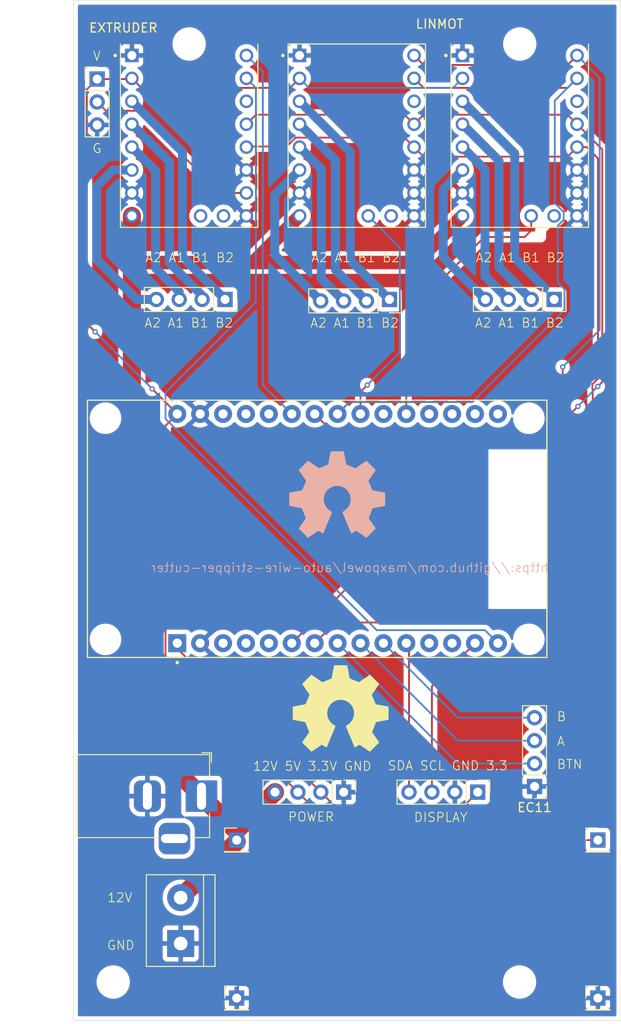
<source format=kicad_pcb>
(kicad_pcb (version 20240108) (generator "pcbnew") (generator_version "8.0")
  (layers (0 "F.Cu" signal) (31 "B.Cu" signal) (34 "B.Paste" user) (35 "F.Paste" user) (36 "B.SilkS" user "B.Silkscreen") (37 "F.SilkS" user "F.Silkscreen") (38 "B.Mask" user) (39 "F.Mask" user) (44 "Edge.Cuts" user))
  (net 0 "")
  (net 1 "Net-(DISPLAY1-Pin_1)")
  (net 2 "Net-(DISPLAY1-Pin_3)")
  (net 3 "Net-(DISPLAY1-Pin_4)")
  (net 4 "Earth")
  (net 5 "Net-(EC11-Pin_2)")
  (net 6 "Net-(EC11-Pin_4)")
  (net 7 "Net-(EC11-Pin_3)")
  (net 8 "+5V")
  (net 9 "Net-(EXTRUDER1-M1B)")
  (net 10 "Net-(EXTRUDER1-SPRD)")
  (net 12 "Net-(EXTRUDER1-DIR)")
  (net 14 "Net-(EXTRUDER1-M1A)")
  (net 15 "Net-(EXTRUDER1-UART)")
  (net 16 "+12V")
  (net 17 "Net-(EXTRUDER1-M2B)")
  (net 18 "Net-(EXTRUDER1-STEP)")
  (net 19 "Net-(EXTRUDER1-M2A)")
  (net 22 "Net-(LINMOT1-STEP)")
  (net 23 "Net-(LINMOT1-DIR)")
  (net 24 "Net-(LINMOT1-INDEX)")
  (net 25 "Net-(LINMOT2-INDEX)")
  (net 38 "Net-(ADDRESS_SELECTOR1-Pin_2)")
  (net 39 "Net-(LIN1-Pin_2)")
  (net 40 "Net-(LIN1-Pin_4)")
  (net 41 "Net-(LIN1-Pin_1)")
  (net 42 "Net-(LIN1-Pin_3)")
  (net 43 "Net-(LIN2-Pin_3)")
  (net 44 "Net-(LIN2-Pin_4)")
  (net 45 "Net-(LIN2-Pin_1)")
  (net 46 "Net-(LIN2-Pin_2)")
  (footprint "Connector_PinSocket_2.54mm:PinSocket_1x04_P2.54mm_Vertical" (layer "F.Cu") (at 78.42 60.96 -90)
    (property "Reference" "EXTRUDER2" (hide yes))
    (property "Value" "Conn_01x04_Pin" (hide yes))
  )
  (footprint "MountingHole:MountingHole_3.2mm_M3_DIN965" (layer "F.Cu") (at 74.44 32.65)
    (property "Reference" "REF**" (hide yes))
    (property "Value" "MountingHole_3.2mm_M3_DIN965" (hide yes))
  )
  (footprint "Connector_PinHeader_2.54mm:PinHeader_1x01_P2.54mm_Vertical" (layer "F.Cu") (at 119.765 120.87)
    (property "Reference" "5VOUT1" (hide yes))
    (property "Value" "Conn_01x01_Socket" (hide yes))
  )
  (footprint "ESP32-DEVKIT-V1:MODULE_ESP32_DEVKIT_V1" (layer "F.Cu") (at 88.635 86.35 90)
    (property "Reference" "U4" (hide yes))
    (property "Value" "ESP32-DEVKIT-V1" (hide yes))
  )
  (footprint "Connector_PinSocket_2.54mm:PinSocket_1x04_P2.54mm_Vertical" (layer "F.Cu") (at 114.91 60.96 -90)
    (property "Reference" "LIN2" (hide yes))
    (property "Value" "Conn_01x04_Pin" (hide yes))
  )
  (footprint "TerminalBlock:TerminalBlock_bornier-2_P5.08mm" (layer "F.Cu") (at 73.5 132.33 90)
    (property "Reference" "12V_INPUT1" (hide yes))
    (property "Value" "Screw_Terminal_01x02" (hide yes))
  )
  (footprint "Connector_BarrelJack:BarrelJack_Horizontal" (layer "F.Cu") (at 75.81 116)
    (property "Reference" "12V_INPUT2" (hide yes))
    (property "Value" "Barrel_Jack_MountingPin" (hide yes))
  )
  (footprint "Connector_PinHeader_2.54mm:PinHeader_1x04_P2.54mm_Vertical" (layer "F.Cu") (at 91.58 115.56 -90)
    (property "Reference" "POWER1" (hide yes))
    (property "Value" "Conn_01x04_Pin" (hide yes))
  )
  (footprint "MountingHole:MountingHole_3.2mm_M3_DIN965" (layer "F.Cu") (at 111.1 32.65)
    (property "Reference" "REF**" (hide yes))
    (property "Value" "MountingHole_3.2mm_M3_DIN965" (hide yes))
  )
  (footprint "Connector_PinSocket_2.54mm:PinSocket_1x04_P2.54mm_Vertical" (layer "F.Cu") (at 96.65 61.12 -90)
    (property "Reference" "LIN1" (hide yes))
    (property "Value" "Conn_01x04_Pin" (hide yes))
  )
  (footprint "Connector_PinHeader_2.54mm:PinHeader_1x03_P2.54mm_Vertical" (layer "F.Cu") (at 64.24 36.54)
    (property "Reference" "ADDRESS_SELECTOR1" (hide yes))
    (property "Value" "Conn_01x03_Pin" (hide yes))
  )
  (footprint "TMC2209_SILENTSTEPSTICK:MODULE_TMC2209_SILENTSTEPSTICK" (layer "F.Cu") (at 111.1 42.81)
    (property "Reference" "LINMOT2" (hide yes))
    (property "Value" "TMC2209_SILENTSTEPSTICK" (hide yes))
  )
  (footprint "Connector_PinHeader_2.54mm:PinHeader_1x01_P2.54mm_Vertical" (layer "F.Cu") (at 79.715 120.87)
    (property "Reference" "12VIN1" (hide yes))
    (property "Value" "Conn_01x01_Socket" (hide yes))
  )
  (footprint "TMC2209_SILENTSTEPSTICK:MODULE_TMC2209_SILENTSTEPSTICK" (layer "F.Cu") (at 93.03 42.81)
    (property "Reference" "LINMOT1" (hide yes))
    (property "Value" "TMC2209_SILENTSTEPSTICK" (hide yes))
  )
  (footprint "MountingHole:MountingHole_3.2mm_M3_DIN965" (layer "F.Cu") (at 66.02 136.6)
    (property "Reference" "REF**" (hide yes))
    (property "Value" "MountingHole_3.2mm_M3_DIN965")
  )
  (footprint "TMC2209_SILENTSTEPSTICK:MODULE_TMC2209_SILENTSTEPSTICK" (layer "F.Cu") (at 74.44 42.81)
    (property "Reference" "EXTRUDER1" (hide yes))
    (property "Value" "TMC2209_SILENTSTEPSTICK" (hide yes))
  )
  (footprint "Connector_PinHeader_2.54mm:PinHeader_1x04_P2.54mm_Vertical" (layer "F.Cu") (at 106.44 115.56 -90)
    (property "Reference" "DISPLAY1" (hide yes))
    (property "Value" "Conn_01x04_Pin" (hide yes))
  )
  (footprint "Connector_PinHeader_2.54mm:PinHeader_1x01_P2.54mm_Vertical" (layer "F.Cu") (at 119.765 138.38)
    (property "Reference" "J3" (hide yes))
    (property "Value" "Conn_01x01_Socket" (hide yes))
  )
  (footprint "Connector_PinHeader_2.54mm:PinHeader_1x01_P2.54mm_Vertical" (layer "F.Cu") (at 79.715 138.38)
    (property "Reference" "J1" (hide yes))
    (property "Value" "Conn_01x01_Socket" (hide yes))
  )
  (footprint "Connector_PinHeader_2.54mm:PinHeader_1x04_P2.54mm_Vertical" (layer "F.Cu") (at 112.74 114.93 180)
    (property "Reference" "EC11")
    (property "Value" "Conn_01x04_Pin" (hide yes))
  )
  (footprint "MountingHole:MountingHole_3.2mm_M3_DIN965" (layer "F.Cu") (at 111.08 136.6)
    (property "Reference" "REF**" (hide yes))
    (property "Value" "MountingHole_3.2mm_M3_DIN965" (hide yes))
  )
  (gr_poly (pts (xy 91.534624 77.787253) (xy 91.537646 77.787477) (xy 91.540653 77.787847) (xy 91.54364 77.788358) (xy 91.546604 77.789007) (xy 91.549539 77.789789) (xy 91.552441 77.790703) (xy 91.555305 77.791742) (xy 91.558128 77.792905) (xy 91.560905 77.794187) (xy 91.56363 77.795584) (xy 91.566301 77.797093) (xy 91.568911 77.79871) (xy 91.571458 77.800432) (xy 91.573935 77.802254) (xy 91.57634 77.804173) (xy 91.578667 77.806186) (xy 91.580911 77.808288) (xy 91.583069 77.810475) (xy 91.585136 77.812745) (xy 91.587108 77.815094) (xy 91.588979 77.817517) (xy 91.590746 77.820011) (xy 91.592403 77.822572) (xy 91.593948 77.825197) (xy 91.595374 77.827882) (xy 91.596678 77.830623) (xy 91.597855 77.833416) (xy 91.5989 77.836259) (xy 91.59981 77.839146) (xy 91.60058 77.842075) (xy 91.601204 77.845041) (xy 91.852427 79.194655) (xy 91.853061 79.197645) (xy 91.853832 79.200646) (xy 91.855763 79.206657) (xy 91.858187 79.21265) (xy 91.86107 79.218585) (xy 91.864377 79.224422) (xy 91.868074 79.230123) (xy 91.872129 79.235649) (xy 91.876507 79.24096) (xy 91.881174 79.246017) (xy 91.886096 79.25078) (xy 91.891241 79.255212) (xy 91.896573 79.259272) (xy 91.902059 79.262921) (xy 91.907665 79.266121) (xy 91.910502 79.267539) (xy 91.913357 79.268831) (xy 91.916225 79.269991) (xy 91.919102 79.271013) (xy 92.823659 79.641297) (xy 92.829278 79.643771) (xy 92.835238 79.645838) (xy 92.841485 79.6475) (xy 92.847968 79.648762) (xy 92.854634 79.649628) (xy 92.861429 79.6501) (xy 92.868303 79.650183) (xy 92.875202 79.64988) (xy 92.882075 79.649195) (xy 92.888867 79.648131) (xy 92.895528 79.646691) (xy 92.902005 79.644881) (xy 92.908245 79.642702) (xy 92.914196 79.640159) (xy 92.919805 79.637256) (xy 92.92502 79.633995) (xy 94.052542 78.860248) (xy 94.055082 78.858593) (xy 94.057697 78.857068) (xy 94.060381 78.85567) (xy 94.063129 78.8544) (xy 94.065935 78.853258) (xy 94.068794 78.852242) (xy 94.071699 78.851353) (xy 94.074644 78.850589) (xy 94.077625 78.84995) (xy 94.080635 78.849435) (xy 94.086719 78.848778) (xy 94.092852 78.848614) (xy 94.098986 78.848937) (xy 94.105078 78.849743) (xy 94.111079 78.851029) (xy 94.116945 78.852791) (xy 94.119813 78.853849) (xy 94.122629 78.855024) (xy 94.125389 78.856315) (xy 94.128086 78.857723) (xy 94.130715 78.859247) (xy 94.13327 78.860886) (xy 94.135745 78.862639) (xy 94.138134 78.864507) (xy 94.140432 78.866488) (xy 94.142633 78.868582) (xy 95.092196 79.818145) (xy 95.09429 79.820346) (xy 95.09627 79.822645) (xy 95.098135 79.825035) (xy 95.099886 79.827512) (xy 95.101522 79.830068) (xy 95.103041 79.832699) (xy 95.105732 79.838161) (xy 95.107955 79.843851) (xy 95.109707 79.849724) (xy 95.110984 79.855733) (xy 95.111782 79.861831) (xy 95.112099 79.867973) (xy 95.11193 79.874113) (xy 95.111272 79.880204) (xy 95.110122 79.8862) (xy 95.108477 79.892056) (xy 95.107467 79.894916) (xy 95.106332 79.897724) (xy 95.105071 79.900474) (xy 95.103684 79.903159) (xy 95.10217 79.905775) (xy 95.10053 79.908315) (xy 94.340276 81.01639) (xy 94.337006 81.021628) (xy 94.334104 81.027246) (xy 94.331573 81.033194) (xy 94.329416 81.03942) (xy 94.327638 81.045874) (xy 94.32624 81.052504) (xy 94.325226 81.059259) (xy 94.324599 81.066089) (xy 94.324363 81.072942) (xy 94.324522 81.079767) (xy 94.325077 81.086513) (xy 94.326033 81.093129) (xy 94.327392 81.099565) (xy 94.329159 81.105769) (xy 94.331335 81.111689) (xy 94.333926 81.117276) (xy 94.733897 82.050408) (xy 94.736181 82.056138) (xy 94.73899 82.061815) (xy 94.742283 82.067406) (xy 94.74602 82.072877) (xy 94.750163 82.078194) (xy 94.754671 82.083324) (xy 94.759505 82.088231) (xy 94.764626 82.092884) (xy 94.769992 82.097247) (xy 94.775566 82.101286) (xy 94.781306 82.104969) (xy 94.787175 82.108261) (xy 94.793131 82.111129) (xy 94.799135 82.113538) (xy 94.805148 82.115454) (xy 94.811129 82.116845) (xy 96.115974 82.359494) (xy 96.118934 82.360133) (xy 96.121856 82.360915) (xy 96.124736 82.361837) (xy 96.127573 82.362893) (xy 96.130361 82.364079) (xy 96.133096 82.365391) (xy 96.135776 82.366825) (xy 96.138396 82.368376) (xy 96.143443 82.371811) (xy 96.148206 82.375661) (xy 96.152656 82.379892) (xy 96.156763 82.384468) (xy 96.160497 82.389353) (xy 96.163828 82.394513) (xy 96.166726 82.399912) (xy 96.168004 82.40269) (xy 96.169162 82.405515) (xy 96.170197 82.408383) (xy 96.171105 82.411287) (xy 96.171882 82.414226) (xy 96.172526 82.417193) (xy 96.173031 82.420185) (xy 96.173394 82.423197) (xy 96.173612 82.426225) (xy 96.17368 82.429264) (xy 96.173521 83.77221) (xy 96.173445 83.775243) (xy 96.17322 83.778266) (xy 96.172849 83.781275) (xy 96.172337 83.784265) (xy 96.171687 83.787232) (xy 96.170902 83.790171) (xy 96.169987 83.793077) (xy 96.168945 83.795947) (xy 96.16778 83.798775) (xy 96.166495 83.801557) (xy 96.165096 83.804288) (xy 96.163584 83.806965) (xy 96.161965 83.809581) (xy 96.160241 83.812133) (xy 96.158416 83.814617) (xy 96.156495 83.817027) (xy 96.154481 83.819359) (xy 96.152378 83.821609) (xy 96.150189 83.823772) (xy 96.147918 83.825843) (xy 96.14557 83.827818) (xy 96.143147 83.829693) (xy 96.140653 83.831462) (xy 96.138093 83.833121) (xy 96.13547 83.834667) (xy 96.132787 83.836093) (xy 96.130049 83.837396) (xy 96.127259 83.838571) (xy 96.124422 83.839614) (xy 96.121539 83.840519) (xy 96.118617 83.841283) (xy 96.115657 83.841901) (xy 94.842879 84.078756) (xy 94.839882 84.07937) (xy 94.83688 84.080123) (xy 94.833875 84.081011) (xy 94.830874 84.082029) (xy 94.8249 84.084437) (xy 94.818995 84.087314) (xy 94.813198 84.090624) (xy 94.807546 84.094333) (xy 94.802077 84.098406) (xy 94.796831 84.102807) (xy 94.791843 84.107502) (xy 94.787153 84.112457) (xy 94.782799 84.117635) (xy 94.778819 84.123003) (xy 94.77525 84.128525) (xy 94.77213 84.134167) (xy 94.769498 84.139893) (xy 94.768377 84.142777) (xy 94.767392 84.145669) (xy 94.370042 85.138253) (xy 94.367584 85.143899) (xy 94.365534 85.149878) (xy 94.36389 85.156139) (xy 94.362646 85.16263) (xy 94.361799 85.169299) (xy 94.361345 85.176094) (xy 94.361279 85.182964) (xy 94.361598 85.189857) (xy 94.362297 85.196721) (xy 94.363373 85.203504) (xy 94.364821 85.210156) (xy 94.366637 85.216623) (xy 94.368817 85.222854) (xy 94.371358 85.228798) (xy 94.374254 85.234402) (xy 94.377502 85.239615) (xy 95.100529 86.29316) (xy 95.102183 86.2957) (xy 95.103709 86.298317) (xy 95.105106 86.301003) (xy 95.106376 86.303754) (xy 95.107518 86.306564) (xy 95.108534 86.309427) (xy 95.109424 86.312336) (xy 95.110188 86.315287) (xy 95.110827 86.318273) (xy 95.111341 86.321289) (xy 95.111998 86.327387) (xy 95.112163 86.333534) (xy 95.11184 86.339684) (xy 95.111033 86.345789) (xy 95.109747 86.351805) (xy 95.107986 86.357684) (xy 95.106928 86.360558) (xy 95.105753 86.363381) (xy 95.104461 86.366146) (xy 95.103053 86.368848) (xy 95.10153 86.371481) (xy 95.099891 86.374039) (xy 95.098138 86.376517) (xy 95.09627 86.378909) (xy 95.094289 86.381208) (xy 95.092195 86.383409) (xy 94.142473 87.332972) (xy 94.140286 87.335052) (xy 94.138 87.33702) (xy 94.135621 87.338875) (xy 94.133155 87.340616) (xy 94.130608 87.342245) (xy 94.127985 87.343758) (xy 94.122536 87.346441) (xy 94.116855 87.348661) (xy 94.110989 87.350413) (xy 94.104983 87.351694) (xy 94.098886 87.352499) (xy 94.092743 87.352823) (xy 94.086601 87.352664) (xy 94.080507 87.352017) (xy 94.074507 87.350876) (xy 94.068648 87.349239) (xy 94.065786 87.348233) (xy 94.062976 87.347102) (xy 94.060226 87.345844) (xy 94.057539 87.344459) (xy 94.054923 87.342947) (xy 94.052383 87.341307) (xy 93.017412 86.63098) (xy 93.012209 86.627741) (xy 93.006637 86.624902) (xy 93.000746 86.622462) (xy 92.994586 86.620423) (xy 92.988209 86.618786) (xy 92.981665 86.617552) (xy 92.975005 86.616722) (xy 92.968279 86.616296) (xy 92.961538 86.616275) (xy 92.954833 86.616662) (xy 92.948214 86.617455) (xy 92.941733 86.618657) (xy 92.935439 86.620269) (xy 92.929384 86.62229) (xy 92.923619 86.624723) (xy 92.918193 86.627567) (xy 92.461787 86.871248) (xy 92.459058 86.872546) (xy 92.456306 86.873687) (xy 92.453536 86.874672) (xy 92.450753 86.875505) (xy 92.447962 86.876185) (xy 92.445167 86.876716) (xy 92.442373 86.877099) (xy 92.439585 86.877335) (xy 92.436808 86.877427) (xy 92.434046 86.877376) (xy 92.431304 86.877183) (xy 92.428586 86.876852) (xy 92.425899 86.876382) (xy 92.423246 86.875777) (xy 92.420631 86.875037) (xy 92.418061 86.874165) (xy 92.415539 86.873163) (xy 92.413071 86.872031) (xy 92.410661 86.870772) (xy 92.408313 86.869388) (xy 92.406034 86.86788) (xy 92.403826 86.86625) (xy 92.401696 86.8645) (xy 92.399647 86.862631) (xy 92.397686 86.860646) (xy 92.395815 86.858546) (xy 92.394041 86.856332) (xy 92.392367 86.854007) (xy 92.3908 86.851572) (xy 92.389342 86.849029) (xy 92.388 86.84638) (xy 92.386778 86.843626) (xy 91.445787 84.569691) (xy 91.444698 84.566862) (xy 91.443754 84.563991) (xy 91.442953 84.561081) (xy 91.442292 84.55814) (xy 91.44177 84.555172) (xy 91.441384 84.552182) (xy 91.441134 84.549177) (xy 91.441017 84.546161) (xy 91.441031 84.54314) (xy 91.441175 84.54012) (xy 91.441446 84.537104) (xy 91.441843 84.534101) (xy 91.442365 84.531113) (xy 91.443009 84.528148) (xy 91.443773 84.525209) (xy 91.444655 84.522304) (xy 91.445655 84.519437) (xy 91.446769 84.516613) (xy 91.447996 84.513838) (xy 91.449335 84.511118) (xy 91.450783 84.508457) (xy 91.452339 84.505861) (xy 91.454 84.503337) (xy 91.455765 84.500888) (xy 91.457633 84.49852) (xy 91.4596 84.496239) (xy 91.461666 84.494051) (xy 91.463829 84.49196) (xy 91.466087 84.489972) (xy 91.468437 84.488092) (xy 91.470878 84.486327) (xy 91.473409 84.48468) (xy 91.58763 84.414751) (xy 91.595851 84.409516) (xy 91.604628 84.40354) (xy 91.613796 84.396953) (xy 91.62319 84.389887) (xy 91.632642 84.382471) (xy 91.641989 84.374835) (xy 91.651064 84.367111) (xy 91.659702 84.359427) (xy 91.735314 84.307672) (xy 91.807475 84.251479) (xy 91.875989 84.191043) (xy 91.940658 84.12656) (xy 92.001285 84.058227) (xy 92.057673 83.986238) (xy 92.109626 83.91079) (xy 92.156947 83.832079) (xy 92.199438 83.7503) (xy 92.236903 83.665649) (xy 92.269144 83.578322) (xy 92.295965 83.488515) (xy 92.317169 83.396423) (xy 92.332558 83.302242) (xy 92.341936 83.206168) (xy 92.345106 83.108398) (xy 92.343173 83.031969) (xy 92.337438 82.956543) (xy 92.327993 82.882215) (xy 92.314933 82.809076) (xy 92.298349 82.737221) (xy 92.278336 82.666743) (xy 92.254988 82.597735) (xy 92.228396 82.53029) (xy 92.198655 82.464501) (xy 92.165857 82.400463) (xy 92.130097 82.338268) (xy 92.091468 82.278009) (xy 92.050062 82.219781) (xy 92.005973 82.163675) (xy 91.959295 82.109786) (xy 91.910121 82.058207) (xy 91.858543 82.009031) (xy 91.804657 81.962351) (xy 91.748554 81.918261) (xy 91.690328 81.876854) (xy 91.630072 81.838224) (xy 91.56788 81.802463) (xy 91.503846 81.769665) (xy 91.438061 81.739923) (xy 91.370621 81.713331) (xy 91.301617 81.689982) (xy 91.231144 81.669969) (xy 91.159294 81.653385) (xy 91.086162 81.640324) (xy 91.01184 81.63088) (xy 90.936421 81.625144) (xy 90.86 81.623212) (xy 90.783578 81.625144) (xy 90.708158 81.63088) (xy 90.633835 81.640324) (xy 90.560701 81.653385) (xy 90.48885 81.669969) (xy 90.418374 81.689982) (xy 90.349368 81.713331) (xy 90.281925 81.739923) (xy 90.216138 81.769665) (xy 90.1521 81.802463) (xy 90.089905 81.838224) (xy 90.029646 81.876854) (xy 89.971416 81.918261) (xy 89.91531 81.962351) (xy 89.861419 82.009031) (xy 89.809838 82.058207) (xy 89.76066 82.109786) (xy 89.713979 82.163675) (xy 89.669886 82.219781) (xy 89.628477 82.278009) (xy 89.589844 82.338268) (xy 89.554081 82.400463) (xy 89.52128 82.464501) (xy 89.491536 82.53029) (xy 89.464942 82.597735) (xy 89.44159 82.666743) (xy 89.421575 82.737221) (xy 89.40499 82.809076) (xy 89.391928 82.882215) (xy 89.382482 82.956543) (xy 89.376747 83.031969) (xy 89.374814 83.108398) (xy 89.375611 83.157483) (xy 89.377985 83.206168) (xy 89.381911 83.25443) (xy 89.387365 83.302242) (xy 89.394322 83.349581) (xy 89.402758 83.396423) (xy 89.412647 83.442742) (xy 89.423966 83.488515) (xy 89.436689 83.533716) (xy 89.450791 83.578322) (xy 89.466249 83.622308) (xy 89.483037 83.665649) (xy 89.501132 83.708321) (xy 89.520507 83.7503) (xy 89.563002 83.832079) (xy 89.610326 83.910791) (xy 89.662281 83.986239) (xy 89.71867 84.058227) (xy 89.779295 84.12656) (xy 89.84396 84.191043) (xy 89.912467 84.251479) (xy 89.984618 84.307672) (xy 90.060217 84.359427) (xy 90.068904 84.367111) (xy 90.078011 84.374835) (xy 90.087376 84.382471) (xy 90.096839 84.389887) (xy 90.106239 84.396953) (xy 90.115414 84.403539) (xy 90.124204 84.409515) (xy 90.132449 84.414751) (xy 90.246669 84.48468) (xy 90.249214 84.486327) (xy 90.251669 84.488092) (xy 90.25403 84.489972) (xy 90.256298 84.49196) (xy 90.25847 84.494051) (xy 90.260544 84.496239) (xy 90.264391 84.500888) (xy 90.267826 84.505861) (xy 90.270834 84.511118) (xy 90.273401 84.516613) (xy 90.275512 84.522304) (xy 90.277154 84.528148) (xy 90.278312 84.534101) (xy 90.278971 84.54012) (xy 90.279118 84.546161) (xy 90.278737 84.552182) (xy 90.278345 84.555172) (xy 90.277816 84.55814) (xy 90.277148 84.561081) (xy 90.276339 84.563991) (xy 90.275388 84.566862) (xy 90.274292 84.569691) (xy 89.333223 86.843547) (xy 89.332 86.846301) (xy 89.330657 86.848951) (xy 89.329199 86.851495) (xy 89.327629 86.853931) (xy 89.325954 86.856258) (xy 89.324178 86.858474) (xy 89.322306 86.860576) (xy 89.320341 86.862564) (xy 89.318291 86.864435) (xy 89.316158 86.866187) (xy 89.313948 86.86782) (xy 89.311666 86.86933) (xy 89.309316 86.870717) (xy 89.306903 86.871978) (xy 89.304433 86.873112) (xy 89.301909 86.874116) (xy 89.299337 86.87499) (xy 89.296721 86.875731) (xy 89.294067 86.876338) (xy 89.291378 86.876808) (xy 89.288661 86.87714) (xy 89.285919 86.877332) (xy 89.283157 86.877383) (xy 89.280381 86.87729) (xy 89.277594 86.877052) (xy 89.274803 86.876667) (xy 89.272011 86.876133) (xy 89.269223 86.875449) (xy 89.266445 86.874612) (xy 89.263681 86.873621) (xy 89.260935 86.872474) (xy 89.258213 86.87117) (xy 88.801807 86.627488) (xy 88.796394 86.624645) (xy 88.790638 86.622215) (xy 88.78459 86.620197) (xy 88.778301 86.61859) (xy 88.771821 86.617393) (xy 88.765202 86.616604) (xy 88.758495 86.616222) (xy 88.751751 86.616247) (xy 88.745021 86.616676) (xy 88.738356 86.617508) (xy 88.731807 86.618743) (xy 88.725425 86.620378) (xy 88.719261 86.622413) (xy 88.713366 86.624846) (xy 88.707791 86.627676) (xy 88.702588 86.630902) (xy 87.667697 87.341228) (xy 87.665149 87.342868) (xy 87.662527 87.34438) (xy 87.659835 87.345765) (xy 87.65708 87.347023) (xy 87.654267 87.348155) (xy 87.651401 87.349161) (xy 87.64849 87.350042) (xy 87.645537 87.350798) (xy 87.64255 87.35143) (xy 87.639535 87.351938) (xy 87.633439 87.352585) (xy 87.627296 87.352745) (xy 87.621153 87.35242) (xy 87.615056 87.351615) (xy 87.60905 87.350334) (xy 87.603182 87.348582) (xy 87.600314 87.347531) (xy 87.597498 87.346363) (xy 87.59474 87.345079) (xy 87.592045 87.34368) (xy 87.589419 87.342166) (xy 87.586867 87.340538) (xy 87.584397 87.338796) (xy 87.582013 87.336941) (xy 87.579721 87.334973) (xy 87.577527 87.332894) (xy 86.627805 86.38333) (xy 86.625718 86.381129) (xy 86.623743 86.37883) (xy 86.621882 86.376438) (xy 86.620135 86.37396) (xy 86.618501 86.371402) (xy 86.616982 86.368769) (xy 86.614291 86.363302) (xy 86.612065 86.357606) (xy 86.610308 86.351726) (xy 86.609025 86.345711) (xy 86.608219 86.339605) (xy 86.607895 86.333455) (xy 86.608057 86.327308) (xy 86.60871 86.321211) (xy 86.609856 86.315208) (xy 86.611502 86.309348) (xy 86.612512 86.306485) (xy 86.61365 86.303675) (xy 86.614913 86.300924) (xy 86.616304 86.298238) (xy 86.617823 86.295621) (xy 86.619471 86.293081) (xy 87.342418 85.239536) (xy 87.345693 85.234323) (xy 87.348612 85.228719) (xy 87.351169 85.222775) (xy 87.353363 85.216544) (xy 87.355189 85.210077) (xy 87.356643 85.203426) (xy 87.357722 85.196642) (xy 87.358422 85.189778) (xy 87.35874 85.182886) (xy 87.358672 85.176016) (xy 87.358214 85.16922) (xy 87.357364 85.162552) (xy 87.356117 85.156061) (xy 87.354469 85.1498) (xy 87.352417 85.143821) (xy 87.349958 85.138175) (xy 86.952607 84.145591) (xy 86.951629 84.142698) (xy 86.950512 84.139814) (xy 86.947886 84.134088) (xy 86.944765 84.128446) (xy 86.941191 84.122924) (xy 86.937201 84.117556) (xy 86.932835 84.112378) (xy 86.928131 84.107423) (xy 86.923129 84.102728) (xy 86.917868 84.098327) (xy 86.912386 84.094254) (xy 86.906722 84.090545) (xy 86.900915 84.087235) (xy 86.895005 84.084358) (xy 86.88903 84.08195) (xy 86.88303 84.080045) (xy 86.880032 84.079292) (xy 86.877042 84.078677) (xy 85.604264 83.841823) (xy 85.601298 83.841205) (xy 85.598369 83.840441) (xy 85.595482 83.839535) (xy 85.592639 83.838493) (xy 85.589846 83.837317) (xy 85.587105 83.836014) (xy 85.58442 83.834588) (xy 85.581795 83.833043) (xy 85.579233 83.831383) (xy 85.576739 83.829614) (xy 85.571968 83.825764) (xy 85.56751 83.82153) (xy 85.563396 83.816948) (xy 85.559655 83.812054) (xy 85.556316 83.806886) (xy 85.55341 83.801478) (xy 85.550965 83.795868) (xy 85.549925 83.792998) (xy 85.549012 83.790092) (xy 85.548229 83.787153) (xy 85.547581 83.784186) (xy 85.54707 83.781196) (xy 85.5467 83.778187) (xy 85.546475 83.775164) (xy 85.5464 83.772131) (xy 85.54632 82.429185) (xy 85.546396 82.426153) (xy 85.54662 82.423132) (xy 85.546988 82.420126) (xy 85.547498 82.41714) (xy 85.548145 82.414178) (xy 85.548926 82.411245) (xy 85.549837 82.408345) (xy 85.550875 82.405482) (xy 85.552035 82.402661) (xy 85.553314 82.399886) (xy 85.554709 82.397162) (xy 85.556216 82.394494) (xy 85.55783 82.391884) (xy 85.55955 82.389339) (xy 85.56137 82.386862) (xy 85.563287 82.384458) (xy 85.565298 82.382131) (xy 85.567398 82.379885) (xy 85.569585 82.377726) (xy 85.571854 82.375657) (xy 85.574202 82.373683) (xy 85.576625 82.371808) (xy 85.57912 82.370037) (xy 85.581682 82.368374) (xy 85.584309 82.366824) (xy 85.586996 82.365391) (xy 85.58974 82.364079) (xy 85.592537 82.362892) (xy 85.595384 82.361837) (xy 85.598277 82.360915) (xy 85.601211 82.360133) (xy 85.604185 82.359494) (xy 86.908951 82.116845) (xy 86.91195 82.116217) (xy 86.91496 82.115454) (xy 86.920995 82.113538) (xy 86.927016 82.111129) (xy 86.932984 82.108261) (xy 86.938861 82.104969) (xy 86.944606 82.101286) (xy 86.95018 82.097247) (xy 86.955544 82.092884) (xy 86.960659 82.088231) (xy 86.965486 82.083324) (xy 86.969984 82.078194) (xy 86.974115 82.072877) (xy 86.97784 82.067406) (xy 86.981119 82.061815) (xy 86.983913 82.056138) (xy 86.985116 82.053277) (xy 86.986183 82.050408) (xy 87.386233 81.117276) (xy 87.388809 81.111689) (xy 87.390974 81.105769) (xy 87.392731 81.099565) (xy 87.394082 81.093129) (xy 87.395033 81.086513) (xy 87.395585 81.079767) (xy 87.395743 81.072942) (xy 87.39551 81.066089) (xy 87.394889 81.059259) (xy 87.393883 81.052504) (xy 87.392496 81.045874) (xy 87.390731 81.03942) (xy 87.388592 81.033194) (xy 87.386082 81.027246) (xy 87.383204 81.021628) (xy 87.379962 81.01639) (xy 86.619629 79.908315) (xy 86.617975 79.905775) (xy 86.61645 79.903159) (xy 86.615054 79.900474) (xy 86.613785 79.897724) (xy 86.612644 79.894916) (xy 86.611631 79.892056) (xy 86.610743 79.889149) (xy 86.609981 79.8862) (xy 86.609345 79.883217) (xy 86.608833 79.880204) (xy 86.608181 79.874113) (xy 86.608021 79.867973) (xy 86.608348 79.861831) (xy 86.609158 79.855733) (xy 86.610446 79.849724) (xy 86.612208 79.843851) (xy 86.613265 79.840981) (xy 86.614439 79.838161) (xy 86.615729 79.835399) (xy 86.617134 79.832699) (xy 86.618655 79.830068) (xy 86.62029 79.827512) (xy 86.622039 79.825035) (xy 86.623901 79.822645) (xy 86.625876 79.820346) (xy 86.627963 79.818145) (xy 87.577607 78.868582) (xy 87.579801 78.866488) (xy 87.582093 78.864507) (xy 87.584477 78.862639) (xy 87.586947 78.860886) (xy 87.589498 78.859247) (xy 87.592124 78.857723) (xy 87.597578 78.855024) (xy 87.603262 78.852791) (xy 87.60913 78.85103) (xy 87.615136 78.849743) (xy 87.621233 78.848937) (xy 87.627376 78.848614) (xy 87.633519 78.848779) (xy 87.639614 78.849436) (xy 87.645617 78.850589) (xy 87.651481 78.852242) (xy 87.654347 78.853258) (xy 87.65716 78.854401) (xy 87.659915 78.85567) (xy 87.662607 78.857068) (xy 87.66523 78.858593) (xy 87.667777 78.860248) (xy 88.795219 79.633995) (xy 88.80042 79.637256) (xy 88.806017 79.640159) (xy 88.811958 79.642702) (xy 88.818189 79.644881) (xy 88.824659 79.646691) (xy 88.831316 79.648131) (xy 88.838106 79.649195) (xy 88.844977 79.64988) (xy 88.851877 79.650183) (xy 88.858754 79.6501) (xy 88.865554 79.649628) (xy 88.872226 79.648763) (xy 88.878717 79.647501) (xy 88.884975 79.645838) (xy 88.890947 79.643772) (xy 88.896581 79.641298) (xy 89.801218 79.271013) (xy 89.806976 79.268831) (xy 89.812677 79.266121) (xy 89.81829 79.262921) (xy 89.82378 79.259272) (xy 89.829113 79.255212) (xy 89.834257 79.25078) (xy 89.839178 79.246017) (xy 89.843842 79.24096) (xy 89.848215 79.235649) (xy 89.852265 79.230123) (xy 89.855958 79.224422) (xy 89.85926 79.218585) (xy 89.862138 79.21265) (xy 89.864559 79.206657) (xy 89.866488 79.200646) (xy 89.867892 79.194655) (xy 90.119035 77.845041) (xy 90.11966 77.842075) (xy 90.120429 77.839146) (xy 90.121339 77.836259) (xy 90.122384 77.833416) (xy 90.123561 77.830623) (xy 90.124865 77.827882) (xy 90.126291 77.825197) (xy 90.127834 77.822572) (xy 90.129492 77.820011) (xy 90.131258 77.817517) (xy 90.135099 77.812745) (xy 90.139321 77.808288) (xy 90.143889 77.804173) (xy 90.148767 77.800432) (xy 90.153919 77.797093) (xy 90.159309 77.794187) (xy 90.162081 77.792905) (xy 90.1649 77.791742) (xy 90.16776 77.790703) (xy 90.170658 77.789789) (xy 90.173587 77.789007) (xy 90.176545 77.788358) (xy 90.179527 77.787847) (xy 90.182527 77.787477) (xy 90.185542 77.787253) (xy 90.188567 77.787177) (xy 91.531592 77.787177)) (stroke (width -0.000001)) (fill solid) (layer "B.SilkS"))
  (gr_poly (pts (xy 91.914624 101.497253) (xy 91.917646 101.497477) (xy 91.920653 101.497847) (xy 91.92364 101.498358) (xy 91.926604 101.499007) (xy 91.929539 101.499789) (xy 91.932441 101.500703) (xy 91.935305 101.501742) (xy 91.938128 101.502905) (xy 91.940905 101.504187) (xy 91.94363 101.505584) (xy 91.946301 101.507093) (xy 91.948911 101.50871) (xy 91.951458 101.510432) (xy 91.953935 101.512254) (xy 91.95634 101.514173) (xy 91.958667 101.516186) (xy 91.960911 101.518288) (xy 91.963069 101.520475) (xy 91.965136 101.522745) (xy 91.967108 101.525094) (xy 91.968979 101.527517) (xy 91.970746 101.530011) (xy 91.972403 101.532572) (xy 91.973948 101.535197) (xy 91.975374 101.537882) (xy 91.976678 101.540623) (xy 91.977855 101.543416) (xy 91.9789 101.546259) (xy 91.97981 101.549146) (xy 91.98058 101.552075) (xy 91.981204 101.555041) (xy 92.232427 102.904655) (xy 92.233061 102.907645) (xy 92.233832 102.910646) (xy 92.235763 102.916657) (xy 92.238187 102.92265) (xy 92.24107 102.928585) (xy 92.244377 102.934422) (xy 92.248074 102.940123) (xy 92.252129 102.945649) (xy 92.256507 102.95096) (xy 92.261174 102.956017) (xy 92.266096 102.96078) (xy 92.271241 102.965212) (xy 92.276573 102.969272) (xy 92.282059 102.972921) (xy 92.287665 102.976121) (xy 92.290502 102.977539) (xy 92.293357 102.978831) (xy 92.296225 102.979991) (xy 92.299102 102.981013) (xy 93.203659 103.351297) (xy 93.209278 103.353771) (xy 93.215238 103.355838) (xy 93.221485 103.3575) (xy 93.227968 103.358762) (xy 93.234634 103.359628) (xy 93.241429 103.3601) (xy 93.248303 103.360183) (xy 93.255202 103.35988) (xy 93.262075 103.359195) (xy 93.268867 103.358131) (xy 93.275528 103.356691) (xy 93.282005 103.354881) (xy 93.288245 103.352702) (xy 93.294196 103.350159) (xy 93.299805 103.347256) (xy 93.30502 103.343995) (xy 94.432542 102.570248) (xy 94.435082 102.568593) (xy 94.437697 102.567068) (xy 94.440381 102.56567) (xy 94.443129 102.5644) (xy 94.445935 102.563258) (xy 94.448794 102.562242) (xy 94.451699 102.561353) (xy 94.454644 102.560589) (xy 94.457625 102.55995) (xy 94.460635 102.559435) (xy 94.466719 102.558778) (xy 94.472852 102.558614) (xy 94.478986 102.558937) (xy 94.485078 102.559743) (xy 94.491079 102.561029) (xy 94.496945 102.562791) (xy 94.499813 102.563849) (xy 94.502629 102.565024) (xy 94.505389 102.566315) (xy 94.508086 102.567723) (xy 94.510715 102.569247) (xy 94.51327 102.570886) (xy 94.515745 102.572639) (xy 94.518134 102.574507) (xy 94.520432 102.576488) (xy 94.522633 102.578582) (xy 95.472196 103.528145) (xy 95.47429 103.530346) (xy 95.47627 103.532645) (xy 95.478135 103.535035) (xy 95.479886 103.537512) (xy 95.481522 103.540068) (xy 95.483041 103.542699) (xy 95.485732 103.548161) (xy 95.487955 103.553851) (xy 95.489707 103.559724) (xy 95.490984 103.565733) (xy 95.491782 103.571831) (xy 95.492099 103.577973) (xy 95.49193 103.584113) (xy 95.491272 103.590204) (xy 95.490122 103.5962) (xy 95.488477 103.602056) (xy 95.487467 103.604916) (xy 95.486332 103.607724) (xy 95.485071 103.610474) (xy 95.483684 103.613159) (xy 95.48217 103.615775) (xy 95.48053 103.618315) (xy 94.720276 104.72639) (xy 94.717006 104.731628) (xy 94.714104 104.737246) (xy 94.711573 104.743194) (xy 94.709416 104.74942) (xy 94.707638 104.755874) (xy 94.70624 104.762504) (xy 94.705226 104.769259) (xy 94.704599 104.776089) (xy 94.704363 104.782942) (xy 94.704522 104.789767) (xy 94.705077 104.796513) (xy 94.706033 104.803129) (xy 94.707392 104.809565) (xy 94.709159 104.815769) (xy 94.711335 104.821689) (xy 94.713926 104.827276) (xy 95.113897 105.760408) (xy 95.116181 105.766138) (xy 95.11899 105.771815) (xy 95.122283 105.777406) (xy 95.12602 105.782877) (xy 95.130163 105.788194) (xy 95.134671 105.793324) (xy 95.139505 105.798231) (xy 95.144626 105.802884) (xy 95.149992 105.807247) (xy 95.155566 105.811286) (xy 95.161306 105.814969) (xy 95.167175 105.818261) (xy 95.173131 105.821129) (xy 95.179135 105.823538) (xy 95.185148 105.825454) (xy 95.191129 105.826845) (xy 96.495974 106.069494) (xy 96.498934 106.070133) (xy 96.501856 106.070915) (xy 96.504736 106.071837) (xy 96.507573 106.072893) (xy 96.510361 106.074079) (xy 96.513096 106.075391) (xy 96.515776 106.076825) (xy 96.518396 106.078376) (xy 96.523443 106.081811) (xy 96.528206 106.085661) (xy 96.532656 106.089892) (xy 96.536763 106.094468) (xy 96.540497 106.099353) (xy 96.543828 106.104513) (xy 96.546726 106.109912) (xy 96.548004 106.11269) (xy 96.549162 106.115515) (xy 96.550197 106.118383) (xy 96.551105 106.121287) (xy 96.551882 106.124226) (xy 96.552526 106.127193) (xy 96.553031 106.130185) (xy 96.553394 106.133197) (xy 96.553612 106.136225) (xy 96.55368 106.139264) (xy 96.553521 107.48221) (xy 96.553445 107.485243) (xy 96.55322 107.488266) (xy 96.552849 107.491275) (xy 96.552337 107.494265) (xy 96.551687 107.497232) (xy 96.550902 107.500171) (xy 96.549987 107.503077) (xy 96.548945 107.505947) (xy 96.54778 107.508775) (xy 96.546495 107.511557) (xy 96.545096 107.514288) (xy 96.543584 107.516965) (xy 96.541965 107.519581) (xy 96.540241 107.522133) (xy 96.538416 107.524617) (xy 96.536495 107.527027) (xy 96.534481 107.529359) (xy 96.532378 107.531609) (xy 96.530189 107.533772) (xy 96.527918 107.535843) (xy 96.52557 107.537818) (xy 96.523147 107.539693) (xy 96.520653 107.541462) (xy 96.518093 107.543121) (xy 96.51547 107.544667) (xy 96.512787 107.546093) (xy 96.510049 107.547396) (xy 96.507259 107.548571) (xy 96.504422 107.549614) (xy 96.501539 107.550519) (xy 96.498617 107.551283) (xy 96.495657 107.551901) (xy 95.222879 107.788756) (xy 95.219882 107.78937) (xy 95.21688 107.790123) (xy 95.213875 107.791011) (xy 95.210874 107.792029) (xy 95.2049 107.794437) (xy 95.198995 107.797314) (xy 95.193198 107.800624) (xy 95.187546 107.804333) (xy 95.182077 107.808406) (xy 95.176831 107.812807) (xy 95.171843 107.817502) (xy 95.167153 107.822457) (xy 95.162799 107.827635) (xy 95.158819 107.833003) (xy 95.15525 107.838525) (xy 95.15213 107.844167) (xy 95.149498 107.849893) (xy 95.148377 107.852777) (xy 95.147392 107.855669) (xy 94.750042 108.848253) (xy 94.747584 108.853899) (xy 94.745534 108.859878) (xy 94.74389 108.866139) (xy 94.742646 108.87263) (xy 94.741799 108.879299) (xy 94.741345 108.886094) (xy 94.741279 108.892964) (xy 94.741598 108.899857) (xy 94.742297 108.906721) (xy 94.743373 108.913504) (xy 94.744821 108.920156) (xy 94.746637 108.926623) (xy 94.748817 108.932854) (xy 94.751358 108.938798) (xy 94.754254 108.944402) (xy 94.757502 108.949615) (xy 95.480529 110.00316) (xy 95.482183 110.0057) (xy 95.483709 110.008317) (xy 95.485106 110.011003) (xy 95.486376 110.013754) (xy 95.487518 110.016564) (xy 95.488534 110.019427) (xy 95.489424 110.022336) (xy 95.490188 110.025287) (xy 95.490827 110.028273) (xy 95.491341 110.031289) (xy 95.491998 110.037387) (xy 95.492163 110.043534) (xy 95.49184 110.049684) (xy 95.491033 110.055789) (xy 95.489747 110.061805) (xy 95.487986 110.067684) (xy 95.486928 110.070558) (xy 95.485753 110.073381) (xy 95.484461 110.076146) (xy 95.483053 110.078848) (xy 95.48153 110.081481) (xy 95.479891 110.084039) (xy 95.478138 110.086517) (xy 95.47627 110.088909) (xy 95.474289 110.091208) (xy 95.472195 110.093409) (xy 94.522473 111.042972) (xy 94.520286 111.045052) (xy 94.518 111.04702) (xy 94.515621 111.048875) (xy 94.513155 111.050616) (xy 94.510608 111.052245) (xy 94.507985 111.053758) (xy 94.502536 111.056441) (xy 94.496855 111.058661) (xy 94.490989 111.060413) (xy 94.484983 111.061694) (xy 94.478886 111.062499) (xy 94.472743 111.062823) (xy 94.466601 111.062664) (xy 94.460507 111.062017) (xy 94.454507 111.060876) (xy 94.448648 111.059239) (xy 94.445786 111.058233) (xy 94.442976 111.057102) (xy 94.440226 111.055844) (xy 94.437539 111.054459) (xy 94.434923 111.052947) (xy 94.432383 111.051307) (xy 93.397412 110.34098) (xy 93.392209 110.337741) (xy 93.386637 110.334902) (xy 93.380746 110.332462) (xy 93.374586 110.330423) (xy 93.368209 110.328786) (xy 93.361665 110.327552) (xy 93.355005 110.326722) (xy 93.348279 110.326296) (xy 93.341538 110.326275) (xy 93.334833 110.326662) (xy 93.328214 110.327455) (xy 93.321733 110.328657) (xy 93.315439 110.330269) (xy 93.309384 110.33229) (xy 93.303619 110.334723) (xy 93.298193 110.337567) (xy 92.841787 110.581248) (xy 92.839058 110.582546) (xy 92.836306 110.583687) (xy 92.833536 110.584672) (xy 92.830753 110.585505) (xy 92.827962 110.586185) (xy 92.825167 110.586716) (xy 92.822373 110.587099) (xy 92.819585 110.587335) (xy 92.816808 110.587427) (xy 92.814046 110.587376) (xy 92.811304 110.587183) (xy 92.808586 110.586852) (xy 92.805899 110.586382) (xy 92.803246 110.585777) (xy 92.800631 110.585037) (xy 92.798061 110.584165) (xy 92.795539 110.583163) (xy 92.793071 110.582031) (xy 92.790661 110.580772) (xy 92.788313 110.579388) (xy 92.786034 110.57788) (xy 92.783826 110.57625) (xy 92.781696 110.5745) (xy 92.779647 110.572631) (xy 92.777686 110.570646) (xy 92.775815 110.568546) (xy 92.774041 110.566332) (xy 92.772367 110.564007) (xy 92.7708 110.561572) (xy 92.769342 110.559029) (xy 92.768 110.55638) (xy 92.766778 110.553626) (xy 91.825787 108.279691) (xy 91.824698 108.276862) (xy 91.823754 108.273991) (xy 91.822953 108.271081) (xy 91.822292 108.26814) (xy 91.82177 108.265172) (xy 91.821384 108.262182) (xy 91.821134 108.259177) (xy 91.821017 108.256161) (xy 91.821031 108.25314) (xy 91.821175 108.25012) (xy 91.821446 108.247104) (xy 91.821843 108.244101) (xy 91.822365 108.241113) (xy 91.823009 108.238148) (xy 91.823773 108.235209) (xy 91.824655 108.232304) (xy 91.825655 108.229437) (xy 91.826769 108.226613) (xy 91.827996 108.223838) (xy 91.829335 108.221118) (xy 91.830783 108.218457) (xy 91.832339 108.215861) (xy 91.834 108.213337) (xy 91.835765 108.210888) (xy 91.837633 108.20852) (xy 91.8396 108.206239) (xy 91.841666 108.204051) (xy 91.843829 108.20196) (xy 91.846087 108.199972) (xy 91.848437 108.198092) (xy 91.850878 108.196327) (xy 91.853409 108.19468) (xy 91.96763 108.124751) (xy 91.975851 108.119516) (xy 91.984628 108.11354) (xy 91.993796 108.106953) (xy 92.00319 108.099887) (xy 92.012642 108.092471) (xy 92.021989 108.084835) (xy 92.031064 108.077111) (xy 92.039702 108.069427) (xy 92.115314 108.017672) (xy 92.187475 107.961479) (xy 92.255989 107.901043) (xy 92.320658 107.83656) (xy 92.381285 107.768227) (xy 92.437673 107.696238) (xy 92.489626 107.62079) (xy 92.536947 107.542079) (xy 92.579438 107.4603) (xy 92.616903 107.375649) (xy 92.649144 107.288322) (xy 92.675965 107.198515) (xy 92.697169 107.106423) (xy 92.712558 107.012242) (xy 92.721936 106.916168) (xy 92.725106 106.818398) (xy 92.723173 106.741969) (xy 92.717438 106.666543) (xy 92.707993 106.592215) (xy 92.694933 106.519076) (xy 92.678349 106.447221) (xy 92.658336 106.376743) (xy 92.634988 106.307735) (xy 92.608396 106.24029) (xy 92.578655 106.174501) (xy 92.545857 106.110463) (xy 92.510097 106.048268) (xy 92.471468 105.988009) (xy 92.430062 105.929781) (xy 92.385973 105.873675) (xy 92.339295 105.819786) (xy 92.290121 105.768207) (xy 92.238543 105.719031) (xy 92.184657 105.672351) (xy 92.128554 105.628261) (xy 92.070328 105.586854) (xy 92.010072 105.548224) (xy 91.94788 105.512463) (xy 91.883846 105.479665) (xy 91.818061 105.449923) (xy 91.750621 105.423331) (xy 91.681617 105.399982) (xy 91.611144 105.379969) (xy 91.539294 105.363385) (xy 91.466162 105.350324) (xy 91.39184 105.34088) (xy 91.316421 105.335144) (xy 91.24 105.333212) (xy 91.163578 105.335144) (xy 91.088158 105.34088) (xy 91.013835 105.350324) (xy 90.940701 105.363385) (xy 90.86885 105.379969) (xy 90.798374 105.399982) (xy 90.729368 105.423331) (xy 90.661925 105.449923) (xy 90.596138 105.479665) (xy 90.5321 105.512463) (xy 90.469905 105.548224) (xy 90.409646 105.586854) (xy 90.351416 105.628261) (xy 90.29531 105.672351) (xy 90.241419 105.719031) (xy 90.189838 105.768207) (xy 90.14066 105.819786) (xy 90.093979 105.873675) (xy 90.049886 105.929781) (xy 90.008477 105.988009) (xy 89.969844 106.048268) (xy 89.934081 106.110463) (xy 89.90128 106.174501) (xy 89.871536 106.24029) (xy 89.844942 106.307735) (xy 89.82159 106.376743) (xy 89.801575 106.447221) (xy 89.78499 106.519076) (xy 89.771928 106.592215) (xy 89.762482 106.666543) (xy 89.756747 106.741969) (xy 89.754814 106.818398) (xy 89.755611 106.867483) (xy 89.757985 106.916168) (xy 89.761911 106.96443) (xy 89.767365 107.012242) (xy 89.774322 107.059581) (xy 89.782758 107.106423) (xy 89.792647 107.152742) (xy 89.803966 107.198515) (xy 89.816689 107.243716) (xy 89.830791 107.288322) (xy 89.846249 107.332308) (xy 89.863037 107.375649) (xy 89.881132 107.418321) (xy 89.900507 107.4603) (xy 89.943002 107.542079) (xy 89.990326 107.620791) (xy 90.042281 107.696239) (xy 90.09867 107.768227) (xy 90.159295 107.83656) (xy 90.22396 107.901043) (xy 90.292467 107.961479) (xy 90.364618 108.017672) (xy 90.440217 108.069427) (xy 90.448904 108.077111) (xy 90.458011 108.084835) (xy 90.467376 108.092471) (xy 90.476839 108.099887) (xy 90.486239 108.106953) (xy 90.495414 108.113539) (xy 90.504204 108.119515) (xy 90.512449 108.124751) (xy 90.626669 108.19468) (xy 90.629214 108.196327) (xy 90.631669 108.198092) (xy 90.63403 108.199972) (xy 90.636298 108.20196) (xy 90.63847 108.204051) (xy 90.640544 108.206239) (xy 90.644391 108.210888) (xy 90.647826 108.215861) (xy 90.650834 108.221118) (xy 90.653401 108.226613) (xy 90.655512 108.232304) (xy 90.657154 108.238148) (xy 90.658312 108.244101) (xy 90.658971 108.25012) (xy 90.659118 108.256161) (xy 90.658737 108.262182) (xy 90.658345 108.265172) (xy 90.657816 108.26814) (xy 90.657148 108.271081) (xy 90.656339 108.273991) (xy 90.655388 108.276862) (xy 90.654292 108.279691) (xy 89.713223 110.553547) (xy 89.712 110.556301) (xy 89.710657 110.558951) (xy 89.709199 110.561495) (xy 89.707629 110.563931) (xy 89.705954 110.566258) (xy 89.704178 110.568474) (xy 89.702306 110.570576) (xy 89.700341 110.572564) (xy 89.698291 110.574435) (xy 89.696158 110.576187) (xy 89.693948 110.57782) (xy 89.691666 110.57933) (xy 89.689316 110.580717) (xy 89.686903 110.581978) (xy 89.684433 110.583112) (xy 89.681909 110.584116) (xy 89.679337 110.58499) (xy 89.676721 110.585731) (xy 89.674067 110.586338) (xy 89.671378 110.586808) (xy 89.668661 110.58714) (xy 89.665919 110.587332) (xy 89.663157 110.587383) (xy 89.660381 110.58729) (xy 89.657594 110.587052) (xy 89.654803 110.586667) (xy 89.652011 110.586133) (xy 89.649223 110.585449) (xy 89.646445 110.584612) (xy 89.643681 110.583621) (xy 89.640935 110.582474) (xy 89.638213 110.58117) (xy 89.181807 110.337488) (xy 89.176394 110.334645) (xy 89.170638 110.332215) (xy 89.16459 110.330197) (xy 89.158301 110.32859) (xy 89.151821 110.327393) (xy 89.145202 110.326604) (xy 89.138495 110.326222) (xy 89.131751 110.326247) (xy 89.125021 110.326676) (xy 89.118356 110.327508) (xy 89.111807 110.328743) (xy 89.105425 110.330378) (xy 89.099261 110.332413) (xy 89.093366 110.334846) (xy 89.087791 110.337676) (xy 89.082588 110.340902) (xy 88.047697 111.051228) (xy 88.045149 111.052868) (xy 88.042527 111.05438) (xy 88.039835 111.055765) (xy 88.03708 111.057023) (xy 88.034267 111.058155) (xy 88.031401 111.059161) (xy 88.02849 111.060042) (xy 88.025537 111.060798) (xy 88.02255 111.06143) (xy 88.019535 111.061938) (xy 88.013439 111.062585) (xy 88.007296 111.062745) (xy 88.001153 111.06242) (xy 87.995056 111.061615) (xy 87.98905 111.060334) (xy 87.983182 111.058582) (xy 87.980314 111.057531) (xy 87.977498 111.056363) (xy 87.97474 111.055079) (xy 87.972045 111.05368) (xy 87.969419 111.052166) (xy 87.966867 111.050538) (xy 87.964397 111.048796) (xy 87.962013 111.046941) (xy 87.959721 111.044973) (xy 87.957527 111.042894) (xy 87.007805 110.09333) (xy 87.005718 110.091129) (xy 87.003743 110.08883) (xy 87.001882 110.086438) (xy 87.000135 110.08396) (xy 86.998501 110.081402) (xy 86.996982 110.078769) (xy 86.994291 110.073302) (xy 86.992065 110.067606) (xy 86.990308 110.061726) (xy 86.989025 110.055711) (xy 86.988219 110.049605) (xy 86.987895 110.043455) (xy 86.988057 110.037308) (xy 86.98871 110.031211) (xy 86.989856 110.025208) (xy 86.991502 110.019348) (xy 86.992512 110.016485) (xy 86.99365 110.013675) (xy 86.994913 110.010924) (xy 86.996304 110.008238) (xy 86.997823 110.005621) (xy 86.999471 110.003081) (xy 87.722418 108.949536) (xy 87.725693 108.944323) (xy 87.728612 108.938719) (xy 87.731169 108.932775) (xy 87.733363 108.926544) (xy 87.735189 108.920077) (xy 87.736643 108.913426) (xy 87.737722 108.906642) (xy 87.738422 108.899778) (xy 87.73874 108.892886) (xy 87.738672 108.886016) (xy 87.738214 108.87922) (xy 87.737364 108.872552) (xy 87.736117 108.866061) (xy 87.734469 108.8598) (xy 87.732417 108.853821) (xy 87.729958 108.848175) (xy 87.332607 107.855591) (xy 87.331629 107.852698) (xy 87.330512 107.849814) (xy 87.327886 107.844088) (xy 87.324765 107.838446) (xy 87.321191 107.832924) (xy 87.317201 107.827556) (xy 87.312835 107.822378) (xy 87.308131 107.817423) (xy 87.303129 107.812728) (xy 87.297868 107.808327) (xy 87.292386 107.804254) (xy 87.286722 107.800545) (xy 87.280915 107.797235) (xy 87.275005 107.794358) (xy 87.26903 107.79195) (xy 87.26303 107.790045) (xy 87.260032 107.789292) (xy 87.257042 107.788677) (xy 85.984264 107.551823) (xy 85.981298 107.551205) (xy 85.978369 107.550441) (xy 85.975482 107.549535) (xy 85.972639 107.548493) (xy 85.969846 107.547317) (xy 85.967105 107.546014) (xy 85.96442 107.544588) (xy 85.961795 107.543043) (xy 85.959233 107.541383) (xy 85.956739 107.539614) (xy 85.951968 107.535764) (xy 85.94751 107.53153) (xy 85.943396 107.526948) (xy 85.939655 107.522054) (xy 85.936316 107.516886) (xy 85.93341 107.511478) (xy 85.930965 107.505868) (xy 85.929925 107.502998) (xy 85.929012 107.500092) (xy 85.928229 107.497153) (xy 85.927581 107.494186) (xy 85.92707 107.491196) (xy 85.9267 107.488187) (xy 85.926475 107.485164) (xy 85.9264 107.482131) (xy 85.92632 106.139185) (xy 85.926396 106.136153) (xy 85.92662 106.133132) (xy 85.926988 106.130126) (xy 85.927498 106.12714) (xy 85.928145 106.124178) (xy 85.928926 106.121245) (xy 85.929837 106.118345) (xy 85.930875 106.115482) (xy 85.932035 106.112661) (xy 85.933314 106.109886) (xy 85.934709 106.107162) (xy 85.936216 106.104494) (xy 85.93783 106.101884) (xy 85.93955 106.099339) (xy 85.94137 106.096862) (xy 85.943287 106.094458) (xy 85.945298 106.092131) (xy 85.947398 106.089885) (xy 85.949585 106.087726) (xy 85.951854 106.085657) (xy 85.954202 106.083683) (xy 85.956625 106.081808) (xy 85.95912 106.080037) (xy 85.961682 106.078374) (xy 85.964309 106.076824) (xy 85.966996 106.075391) (xy 85.96974 106.074079) (xy 85.972537 106.072892) (xy 85.975384 106.071837) (xy 85.978277 106.070915) (xy 85.981211 106.070133) (xy 85.984185 106.069494) (xy 87.288951 105.826845) (xy 87.29195 105.826217) (xy 87.29496 105.825454) (xy 87.300995 105.823538) (xy 87.307016 105.821129) (xy 87.312984 105.818261) (xy 87.318861 105.814969) (xy 87.324606 105.811286) (xy 87.33018 105.807247) (xy 87.335544 105.802884) (xy 87.340659 105.798231) (xy 87.345486 105.793324) (xy 87.349984 105.788194) (xy 87.354115 105.782877) (xy 87.35784 105.777406) (xy 87.361119 105.771815) (xy 87.363913 105.766138) (xy 87.365116 105.763277) (xy 87.366183 105.760408) (xy 87.766233 104.827276) (xy 87.768809 104.821689) (xy 87.770974 104.815769) (xy 87.772731 104.809565) (xy 87.774082 104.803129) (xy 87.775033 104.796513) (xy 87.775585 104.789767) (xy 87.775743 104.782942) (xy 87.77551 104.776089) (xy 87.774889 104.769259) (xy 87.773883 104.762504) (xy 87.772496 104.755874) (xy 87.770731 104.74942) (xy 87.768592 104.743194) (xy 87.766082 104.737246) (xy 87.763204 104.731628) (xy 87.759962 104.72639) (xy 86.999629 103.618315) (xy 86.997975 103.615775) (xy 86.99645 103.613159) (xy 86.995054 103.610474) (xy 86.993785 103.607724) (xy 86.992644 103.604916) (xy 86.991631 103.602056) (xy 86.990743 103.599149) (xy 86.989981 103.5962) (xy 86.989345 103.593217) (xy 86.988833 103.590204) (xy 86.988181 103.584113) (xy 86.988021 103.577973) (xy 86.988348 103.571831) (xy 86.989158 103.565733) (xy 86.990446 103.559724) (xy 86.992208 103.553851) (xy 86.993265 103.550981) (xy 86.994439 103.548161) (xy 86.995729 103.545399) (xy 86.997134 103.542699) (xy 86.998655 103.540068) (xy 87.00029 103.537512) (xy 87.002039 103.535035) (xy 87.003901 103.532645) (xy 87.005876 103.530346) (xy 87.007963 103.528145) (xy 87.957607 102.578582) (xy 87.959801 102.576488) (xy 87.962093 102.574507) (xy 87.964477 102.572639) (xy 87.966947 102.570886) (xy 87.969498 102.569247) (xy 87.972124 102.567723) (xy 87.977578 102.565024) (xy 87.983262 102.562791) (xy 87.98913 102.56103) (xy 87.995136 102.559743) (xy 88.001233 102.558937) (xy 88.007376 102.558614) (xy 88.013519 102.558779) (xy 88.019614 102.559436) (xy 88.025617 102.560589) (xy 88.031481 102.562242) (xy 88.034347 102.563258) (xy 88.03716 102.564401) (xy 88.039915 102.56567) (xy 88.042607 102.567068) (xy 88.04523 102.568593) (xy 88.047777 102.570248) (xy 89.175219 103.343995) (xy 89.18042 103.347256) (xy 89.186017 103.350159) (xy 89.191958 103.352702) (xy 89.198189 103.354881) (xy 89.204659 103.356691) (xy 89.211316 103.358131) (xy 89.218106 103.359195) (xy 89.224977 103.35988) (xy 89.231877 103.360183) (xy 89.238754 103.3601) (xy 89.245554 103.359628) (xy 89.252226 103.358763) (xy 89.258717 103.357501) (xy 89.264975 103.355838) (xy 89.270947 103.353772) (xy 89.276581 103.351298) (xy 90.181218 102.981013) (xy 90.186976 102.978831) (xy 90.192677 102.976121) (xy 90.19829 102.972921) (xy 90.20378 102.969272) (xy 90.209113 102.965212) (xy 90.214257 102.96078) (xy 90.219178 102.956017) (xy 90.223842 102.95096) (xy 90.228215 102.945649) (xy 90.232265 102.940123) (xy 90.235958 102.934422) (xy 90.23926 102.928585) (xy 90.242138 102.92265) (xy 90.244559 102.916657) (xy 90.246488 102.910646) (xy 90.247892 102.904655) (xy 90.499035 101.555041) (xy 90.49966 101.552075) (xy 90.500429 101.549146) (xy 90.501339 101.546259) (xy 90.502384 101.543416) (xy 90.503561 101.540623) (xy 90.504865 101.537882) (xy 90.506291 101.535197) (xy 90.507834 101.532572) (xy 90.509492 101.530011) (xy 90.511258 101.527517) (xy 90.515099 101.522745) (xy 90.519321 101.518288) (xy 90.523889 101.514173) (xy 90.528767 101.510432) (xy 90.533919 101.507093) (xy 90.539309 101.504187) (xy 90.542081 101.502905) (xy 90.5449 101.501742) (xy 90.54776 101.500703) (xy 90.550658 101.499789) (xy 90.553587 101.499007) (xy 90.556545 101.498358) (xy 90.559527 101.497847) (xy 90.562527 101.497477) (xy 90.565542 101.497253) (xy 90.568567 101.497177) (xy 91.911592 101.497177)) (stroke (width -0.000001)) (fill solid) (layer "F.SilkS"))
  (gr_rect (start 61.61 27.8) (end 122.31 140.89) (stroke (width 0.05)) (fill none) (layer "Edge.Cuts"))
  (gr_text "https://github.com/maxpowel/auto-wire-stripper-cutter" (at 114.35 91.26 0) (layer "B.SilkS") (effects (font (size 1 1) (thickness 0.1)) (justify left bottom mirror)))
  (gr_text "GND" (at 65.27 133.11 0) (layer "F.SilkS") (effects (font (size 1 1) (thickness 0.1)) (justify left bottom)))
  (gr_text "V" (at 63.72 34.58 0) (layer "F.SilkS") (effects (font (size 1 1) (thickness 0.1)) (justify left bottom)))
  (gr_text "12V 5V 3.3V GND" (at 81.45 113.27 0) (layer "F.SilkS") (effects (font (size 1 1) (thickness 0.1)) (justify left bottom)))
  (gr_text "SDA SCL GND 3.3" (at 96.4 113.21 0) (layer "F.SilkS") (effects (font (size 1 1) (thickness 0.1)) (justify left bottom)))
  (gr_text "A2 A1 B1 B2" (at 69.52 56.91 0) (layer "F.SilkS") (effects (font (size 1 1) (thickness 0.1)) (justify left bottom)))
  (gr_text "A" (at 115.16 110.5 0) (layer "F.SilkS") (effects (font (size 1 1) (thickness 0.1)) (justify left bottom)))
  (gr_text "B" (at 115.16 107.77 0) (layer "F.SilkS") (effects (font (size 1 1) (thickness 0.1)) (justify left bottom)))
  (gr_text "A2 A1 B1 B2" (at 69.42 64.14 0) (layer "F.SilkS") (effects (font (size 1 1) (thickness 0.1)) (justify left bottom)))
  (gr_text "EXTRUDER" (at 63.26 31.45 0) (layer "F.SilkS") (effects (font (size 1 1)) (justify left bottom)))
  (gr_text "POWER" (at 85.35 118.88 0) (layer "F.SilkS") (effects (font (size 1 1) (thickness 0.1)) (justify left bottom)))
  (gr_text "A2 A1 B1 B2" (at 87.81 64.14 0) (layer "F.SilkS") (effects (font (size 1 1) (thickness 0.1)) (justify left bottom)))
  (gr_text "A2 A1 B1 B2" (at 106.08 64.14 0) (layer "F.SilkS") (effects (font (size 1 1) (thickness 0.1)) (justify left bottom)))
  (gr_text "BTN" (at 115.16 113.06 0) (layer "F.SilkS") (effects (font (size 1 1) (thickness 0.1)) (justify left bottom)))
  (gr_text "LINMOT" (at 99.48 31.02 0) (layer "F.SilkS") (effects (font (size 1 1)) (justify left bottom)))
  (gr_text "12V" (at 65.31 127.83 0) (layer "F.SilkS") (effects (font (size 1 1) (thickness 0.1)) (justify left bottom)))
  (gr_text "A2 A1 B1 B2" (at 87.93 56.91 0) (layer "F.SilkS") (effects (font (size 1 1) (thickness 0.1)) (justify left bottom)))
  (gr_text "A2 A1 B1 B2" (at 106.16 56.91 0) (layer "F.SilkS") (effects (font (size 1 1) (thickness 0.1)) (justify left bottom)))
  (gr_text "DISPLAY" (at 99.3 118.93 0) (layer "F.SilkS") (effects (font (size 1 1) (thickness 0.1)) (justify left bottom)))
  (gr_text "G" (at 63.66 44.81 0) (layer "F.SilkS") (effects (font (size 1 1) (thickness 0.1)) (justify left bottom)))
  (segment (start 73.12 99.64) (end 73.12 99.05) (width 0.2) (layer "F.Cu") (net 1))
  (segment (start 89.04 115.56) (end 93.07 119.59) (width 0.2) (layer "F.Cu") (net 1))
  (segment (start 102.58 119.42) (end 106.44 115.56) (width 0.2) (layer "F.Cu") (net 1))
  (segment (start 102.58 119.59) (end 102.58 119.42) (width 0.2) (layer "F.Cu") (net 1))
  (segment (start 89.04 115.56) (end 73.12 99.64) (width 0.2) (layer "F.Cu") (net 1))
  (segment (start 93.07 119.59) (end 102.58 119.59) (width 0.2) (layer "F.Cu") (net 1))
  (segment (start 101.36 115.56) (end 101.36 103.83) (width 0.2) (layer "F.Cu") (net 2))
  (segment (start 101.36 103.83) (end 106.14 99.05) (width 0.2) (layer "F.Cu") (net 2))
  (segment (start 98.82 99.35) (end 98.52 99.05) (width 0.2) (layer "F.Cu") (net 3))
  (segment (start 98.82 115.56) (end 98.82 99.35) (width 0.2) (layer "F.Cu") (net 3))
  (segment (start 112.74 112.39) (end 104.24 112.39) (width 0.2) (layer "B.Cu") (net 5))
  (segment (start 104.24 112.39) (end 90.9 99.05) (width 0.2) (layer "B.Cu") (net 5))
  (segment (start 104.24 107.31) (end 95.98 99.05) (width 0.2) (layer "B.Cu") (net 6))
  (segment (start 112.74 107.31) (end 104.24 107.31) (width 0.2) (layer "B.Cu") (net 6))
  (segment (start 112.74 109.85) (end 104.24 109.85) (width 0.2) (layer "B.Cu") (net 7))
  (segment (start 104.24 109.85) (end 93.44 99.05) (width 0.2) (layer "B.Cu") (net 7))
  (segment (start 64.24 36.54) (end 68.01 36.54) (width 0.2) (layer "F.Cu") (net 8))
  (segment (start 70.34 70.87) (end 73.12 73.65) (width 0.2) (layer "F.Cu") (net 8))
  (segment (start 69.144 37.514) (end 85.626 37.514) (width 0.2) (layer "F.Cu") (net 8))
  (segment (start 85.626 37.514) (end 86.68 36.46) (width 0.2) (layer "F.Cu") (net 8))
  (segment (start 91.81 120.87) (end 86.5 115.56) (width 0.2) (layer "F.Cu") (net 8))
  (segment (start 68.09 36.46) (end 69.144 37.514) (width 0.2) (layer "F.Cu") (net 8))
  (segment (start 68.01 36.54) (end 68.09 36.46) (width 0.2) (layer "F.Cu") (net 8))
  (segment (start 64.24 36.54) (end 63.09 37.69) (width 0.2) (layer "F.Cu") (net 8))
  (segment (start 71.82 100.88) (end 71.82 74.95) (width 0.2) (layer "F.Cu") (net 8))
  (segment (start 63.09 63.62) (end 64.015 64.545) (width 0.2) (layer "F.Cu") (net 8))
  (segment (start 119.765 120.87) (end 91.81 120.87) (width 0.2) (layer "F.Cu") (net 8))
  (segment (start 63.09 37.69) (end 63.09 63.62) (width 0.2) (layer "F.Cu") (net 8))
  (segment (start 71.82 74.95) (end 73.12 73.65) (width 0.2) (layer "F.Cu") (net 8))
  (segment (start 86.5 115.56) (end 71.82 100.88) (width 0.2) (layer "F.Cu") (net 8))
  (via (at 70.34 70.87) (size 0.6) (drill 0.3) (layers "F.Cu" "B.Cu") (net 8))
  (via (at 64.015 64.545) (size 0.6) (drill 0.3) (layers "F.Cu" "B.Cu") (net 8))
  (segment (start 87.734 37.514) (end 103.696 37.514) (width 0.2) (layer "B.Cu") (net 8))
  (segment (start 103.696 37.514) (end 104.75 36.46) (width 0.2) (layer "B.Cu") (net 8))
  (segment (start 86.68 36.46) (end 87.734 37.514) (width 0.2) (layer "B.Cu") (net 8))
  (segment (start 64.015 64.545) (end 70.34 70.87) (width 0.2) (layer "B.Cu") (net 8))
  (segment (start 73.7 44.61) (end 68.09 39) (width 1) (layer "B.Cu") (net 9))
  (segment (start 78.42 60.96) (end 73.7 56.24) (width 1) (layer "B.Cu") (net 9))
  (segment (start 73.7 56.24) (end 73.7 44.61) (width 1) (layer "B.Cu") (net 9))
  (segment (start 119.19 70.888529) (end 119.19 90.321422) (width 0.2) (layer "F.Cu") (net 10))
  (segment (start 119.78 69.721471) (end 119.15 70.351471) (width 0.2) (layer "F.Cu") (net 10))
  (segment (start 112.751422 96.76) (end 90.65 96.76) (width 0.2) (layer "F.Cu") (net 10))
  (segment (start 90.65 96.76) (end 88.36 99.05) (width 0.2) (layer "F.Cu") (net 10))
  (segment (start 80.79 44.08) (end 80.86 44.01) (width 0.2) (layer "F.Cu") (net 10))
  (segment (start 80.86 44.01) (end 85.259418 44.01) (width 0.2) (layer "F.Cu") (net 10))
  (segment (start 117.45 44.08) (end 118.52 44.08) (width 0.2) (layer "F.Cu") (net 10))
  (segment (start 86.243418 43.026) (end 98.326 43.026) (width 0.2) (layer "F.Cu") (net 10))
  (segment (start 119.15 70.351471) (end 119.15 70.848529) (width 0.2) (layer "F.Cu") (net 10))
  (segment (start 100.434 45.134) (end 116.396 45.134) (width 0.2) (layer "F.Cu") (net 10))
  (segment (start 116.396 45.134) (end 117.45 44.08) (width 0.2) (layer "F.Cu") (net 10))
  (segment (start 85.259418 44.01) (end 86.243418 43.026) (width 0.2) (layer "F.Cu") (net 10))
  (segment (start 119.15 70.848529) (end 119.19 70.888529) (width 0.2) (layer "F.Cu") (net 10))
  (segment (start 118.52 44.08) (end 119.78 45.34) (width 0.2) (layer "F.Cu") (net 10))
  (segment (start 119.78 45.34) (end 119.78 69.721471) (width 0.2) (layer "F.Cu") (net 10))
  (segment (start 99.38 44.08) (end 100.434 45.134) (width 0.2) (layer "F.Cu") (net 10))
  (segment (start 98.326 43.026) (end 99.38 44.08) (width 0.2) (layer "F.Cu") (net 10))
  (segment (start 119.19 90.321422) (end 112.751422 96.76) (width 0.2) (layer "F.Cu") (net 10))
  (segment (start 82.61 70.44) (end 82.61 35.74) (width 0.2) (layer "B.Cu") (net 12))
  (segment (start 82.61 35.74) (end 80.79 33.92) (width 0.2) (layer "B.Cu") (net 12))
  (segment (start 85.82 73.65) (end 82.61 70.44) (width 0.2) (layer "B.Cu") (net 12))
  (segment (start 75.88 60.52) (end 72.24 56.88) (width 1) (layer "B.Cu") (net 14))
  (segment (start 72.24 56.88) (end 72.24 45.69) (width 1) (layer "B.Cu") (net 14))
  (segment (start 75.88 60.96) (end 75.88 60.52) (width 1) (layer "B.Cu") (net 14))
  (segment (start 72.24 45.69) (end 68.09 41.54) (width 1) (layer "B.Cu") (net 14))
  (segment (start 117.55 72.81) (end 112.89 77.47) (width 0.2) (layer "F.Cu") (net 15))
  (segment (start 119.75 70.6) (end 120.25 70.1) (width 0.2) (layer "F.Cu") (net 15))
  (segment (start 81.844 40.486) (end 98.326 40.486) (width 0.2) (layer "F.Cu") (net 15))
  (segment (start 120.25 70.1) (end 120.25 44.34) (width 0.2) (layer "F.Cu") (net 15))
  (segment (start 112.89 77.47) (end 107.4 77.47) (width 0.2) (layer "F.Cu") (net 15))
  (segment (start 99.38 41.54) (end 100.434 40.486) (width 0.2) (layer "F.Cu") (net 15))
  (segment (start 107.4 77.47) (end 85.82 99.05) (width 0.2) (layer "F.Cu") (net 15))
  (segment (start 100.434 40.486) (end 116.396 40.486) (width 0.2) (layer "F.Cu") (net 15))
  (segment (start 98.326 40.486) (end 99.38 41.54) (width 0.2) (layer "F.Cu") (net 15))
  (segment (start 120.25 44.34) (end 117.45 41.54) (width 0.2) (layer "F.Cu") (net 15))
  (segment (start 80.79 41.54) (end 81.844 40.486) (width 0.2) (layer "F.Cu") (net 15))
  (segment (start 116.396 40.486) (end 117.45 41.54) (width 0.2) (layer "F.Cu") (net 15))
  (via (at 119.75 70.6) (size 0.6) (drill 0.3) (layers "F.Cu" "B.Cu") (net 15))
  (via (at 117.55 72.81) (size 0.6) (drill 0.3) (layers "F.Cu" "B.Cu") (net 15))
  (segment (start 117.55 72.8) (end 117.55 72.81) (width 0.2) (layer "B.Cu") (net 15))
  (segment (start 119.75 70.6) (end 117.55 72.8) (width 0.2) (layer "B.Cu") (net 15))
  (segment (start 79.715 121.035) (end 79.715 120.87) (width 0.2) (layer "F.Cu") (net 16))
  (segment (start 99.58 56.87) (end 104.75 51.7) (width 1.5) (layer "F.Cu") (net 16))
  (segment (start 73.5 127.25) (end 79.715 121.035) (width 2) (layer "F.Cu") (net 16))
  (segment (start 68.09 56.87) (end 81.51 56.87) (width 1.5) (layer "F.Cu") (net 16))
  (segment (start 68.09 56.87) (end 68.09 51.7) (width 2) (layer "F.Cu") (net 16))
  (segment (start 81.51 56.87) (end 99.58 56.87) (width 1.5) (layer "F.Cu") (net 16))
  (segment (start 75.81 116) (end 79.715 119.905) (width 2) (layer "F.Cu") (net 16))
  (segment (start 75.81 116) (end 68.09 108.28) (width 2) (layer "F.Cu") (net 16))
  (segment (start 79.715 119.805) (end 83.96 115.56) (width 2) (layer "F.Cu") (net 16))
  (segment (start 79.715 120.87) (end 79.715 119.805) (width 0.2) (layer "F.Cu") (net 16))
  (segment (start 81.51 56.87) (end 86.68 51.7) (width 1.5) (layer "F.Cu") (net 16))
  (segment (start 79.715 119.905) (end 79.715 120.87) (width 0.2) (layer "F.Cu") (net 16))
  (segment (start 68.09 108.28) (end 68.09 56.87) (width 2) (layer "F.Cu") (net 16))
  (segment (start 70.8 60.96) (end 68.62 60.96) (width 1) (layer "B.Cu") (net 17))
  (segment (start 65.99 46.62) (end 68.09 46.62) (width 1) (layer "B.Cu") (net 17))
  (segment (start 64.2 56.54) (end 64.2 48.41) (width 1) (layer "B.Cu") (net 17))
  (segment (start 68.62 60.96) (end 64.2 56.54) (width 1) (layer "B.Cu") (net 17))
  (segment (start 64.2 48.41) (end 65.99 46.62) (width 1) (layer "B.Cu") (net 17))
  (segment (start 107.24 97.61) (end 108.68 99.05) (width 0.2) (layer "B.Cu") (net 18))
  (segment (start 71.82 71.28) (end 71.82 74.188478) (width 0.2) (layer "B.Cu") (net 18))
  (segment (start 81.844 61.256) (end 71.82 71.28) (width 0.2) (layer "B.Cu") (net 18))
  (segment (start 81.844 37.514) (end 81.844 61.256) (width 0.2) (layer "B.Cu") (net 18))
  (segment (start 80.79 36.46) (end 81.844 37.514) (width 0.2) (layer "B.Cu") (net 18))
  (segment (start 71.82 74.188478) (end 95.241522 97.61) (width 0.2) (layer "B.Cu") (net 18))
  (segment (start 95.241522 97.61) (end 107.24 97.61) (width 0.2) (layer "B.Cu") (net 18))
  (segment (start 73.34 60.11) (end 70.72 57.49) (width 1) (layer "B.Cu") (net 19))
  (segment (start 70.72 46.71) (end 68.09 44.08) (width 1) (layer "B.Cu") (net 19))
  (segment (start 70.72 57.49) (end 70.72 46.71) (width 1) (layer "B.Cu") (net 19))
  (segment (start 73.34 60.96) (end 73.34 60.11) (width 0.2) (layer "B.Cu") (net 19))
  (segment (start 116.396 37.514) (end 117.45 36.46) (width 0.2) (layer "F.Cu") (net 22))
  (segment (start 99.38 36.46) (end 100.434 37.514) (width 0.2) (layer "F.Cu") (net 22))
  (segment (start 100.434 37.514) (end 116.396 37.514) (width 0.2) (layer "F.Cu") (net 22))
  (segment (start 115.964 52.136582) (end 115.33 52.770582) (width 0.2) (layer "B.Cu") (net 22))
  (segment (start 114.98 50.279418) (end 115.964 51.263418) (width 0.2) (layer "B.Cu") (net 22))
  (segment (start 92.22 72.33) (end 90.9 73.65) (width 0.2) (layer "B.Cu") (net 22))
  (segment (start 116.06 62.11) (end 105.84 72.33) (width 0.2) (layer "B.Cu") (net 22))
  (segment (start 116.06 59.81) (end 116.06 62.11) (width 0.2) (layer "B.Cu") (net 22))
  (segment (start 114.98 38.93) (end 114.98 50.279418) (width 0.2) (layer "B.Cu") (net 22))
  (segment (start 105.84 72.33) (end 92.22 72.33) (width 0.2) (layer "B.Cu") (net 22))
  (segment (start 117.45 36.46) (end 114.98 38.93) (width 0.2) (layer "B.Cu") (net 22))
  (segment (start 115.964 51.263418) (end 115.964 52.136582) (width 0.2) (layer "B.Cu") (net 22))
  (segment (start 115.33 59.08) (end 116.06 59.81) (width 0.2) (layer "B.Cu") (net 22))
  (segment (start 115.33 52.770582) (end 115.33 59.08) (width 0.2) (layer "B.Cu") (net 22))
  (segment (start 90.68 75.97) (end 113.12 75.97) (width 0.2) (layer "F.Cu") (net 23))
  (segment (start 113.12 75.97) (end 115.86 73.23) (width 0.2) (layer "F.Cu") (net 23))
  (segment (start 115.86 73.23) (end 115.86 68.44) (width 0.2) (layer "F.Cu") (net 23))
  (segment (start 116.396 34.974) (end 117.45 33.92) (width 0.2) (layer "F.Cu") (net 23))
  (segment (start 88.36 73.65) (end 90.68 75.97) (width 0.2) (layer "F.Cu") (net 23))
  (segment (start 100.434 34.974) (end 116.396 34.974) (width 0.2) (layer "F.Cu") (net 23))
  (segment (start 99.38 33.92) (end 100.434 34.974) (width 0.2) (layer "F.Cu") (net 23))
  (via (at 115.86 68.44) (size 0.6) (drill 0.3) (layers "F.Cu" "B.Cu") (net 23))
  (segment (start 119.96 64.34) (end 119.96 36.43) (width 0.2) (layer "B.Cu") (net 23))
  (segment (start 119.96 36.43) (end 117.45 33.92) (width 0.2) (layer "B.Cu") (net 23))
  (segment (start 115.86 68.44) (end 119.96 64.34) (width 0.2) (layer "B.Cu") (net 23))
  (segment (start 93.44 71.2) (end 93.44 73.65) (width 0.2) (layer "F.Cu") (net 24))
  (segment (start 94.19 70.45) (end 93.44 71.2) (width 0.2) (layer "F.Cu") (net 24))
  (via (at 94.19 70.45) (size 0.6) (drill 0.3) (layers "F.Cu" "B.Cu") (net 24))
  (segment (start 97.8 55.2) (end 97.8 55.45) (width 0.2) (layer "B.Cu") (net 24))
  (segment (start 97.8 55.45) (end 97.8 66.84) (width 0.2) (layer "B.Cu") (net 24))
  (segment (start 94.3 51.7) (end 97.8 55.2) (width 0.2) (layer "B.Cu") (net 24))
  (segment (start 97.8 66.84) (end 94.19 70.45) (width 0.2) (layer "B.Cu") (net 24))
  (segment (start 111.65 54.04) (end 107.18 54.04) (width 0.2) (layer "F.Cu") (net 25))
  (segment (start 107.18 54.04) (end 98.52 62.7) (width 0.2) (layer "F.Cu") (net 25))
  (segment (start 112.37 53.32) (end 111.65 54.04) (width 0.2) (layer "F.Cu") (net 25))
  (segment (start 98.52 62.7) (end 98.52 73.65) (width 0.2) (layer "F.Cu") (net 25))
  (segment (start 112.37 51.7) (end 112.37 53.32) (width 0.2) (layer "F.Cu") (net 25))
  (segment (start 64.24 39.08) (end 64.24 39.180582) (width 0.2) (layer "F.Cu") (net 38))
  (segment (start 65.214 40.054) (end 68.774 40.054) (width 0.2) (layer "F.Cu") (net 38))
  (segment (start 68.774 40.054) (end 77.88 49.16) (width 0.2) (layer "F.Cu") (net 38))
  (segment (start 77.88 49.16) (end 80.79 49.16) (width 0.2) (layer "F.Cu") (net 38))
  (segment (start 64.24 39.08) (end 65.214 40.054) (width 0.2) (layer "F.Cu") (net 38))
  (segment (start 94.11 61.12) (end 90.66 57.67) (width 1) (layer "B.Cu") (net 39))
  (segment (start 90.66 57.67) (end 90.66 45.52) (width 1) (layer "B.Cu") (net 39))
  (segment (start 90.66 45.52) (end 86.68 41.54) (width 1) (layer "B.Cu") (net 39))
  (segment (start 83.93 56.02) (end 83.93 49.37) (width 1) (layer "B.Cu") (net 40))
  (segment (start 89.03 61.12) (end 83.93 56.02) (width 1) (layer "B.Cu") (net 40))
  (segment (start 83.93 49.37) (end 86.68 46.62) (width 1) (layer "B.Cu") (net 40))
  (segment (start 92.31 56.62) (end 92.31 44.63) (width 1) (layer "B.Cu") (net 41))
  (segment (start 96.65 60.96) (end 92.31 56.62) (width 1) (layer "B.Cu") (net 41))
  (segment (start 92.31 44.63) (end 86.68 39) (width 1) (layer "B.Cu") (net 41))
  (segment (start 91.57 61.12) (end 89.09 58.64) (width 1) (layer "B.Cu") (net 42))
  (segment (start 89.09 58.64) (end 89.09 46.49) (width 1) (layer "B.Cu") (net 42))
  (segment (start 89.09 46.49) (end 86.68 44.08) (width 1) (layer "B.Cu") (net 42))
  (segment (start 107.25 46.58) (end 104.75 44.08) (width 1) (layer "B.Cu") (net 43))
  (segment (start 109.83 60.96) (end 107.25 58.38) (width 1) (layer "B.Cu") (net 43))
  (segment (start 107.25 58.38) (end 107.25 46.58) (width 1) (layer "B.Cu") (net 43))
  (segment (start 107.29 60.96) (end 102.61 56.28) (width 1) (layer "B.Cu") (net 44))
  (segment (start 102.61 48.76) (end 104.75 46.62) (width 1) (layer "B.Cu") (net 44))
  (segment (start 102.61 56.28) (end 102.61 48.76) (width 1) (layer "B.Cu") (net 44))
  (segment (start 114.91 60.96) (end 113.856 59.906) (width 0.2) (layer "B.Cu") (net 45))
  (segment (start 113.856 59.656) (end 110.54 56.34) (width 1) (layer "B.Cu") (net 45))
  (segment (start 110.54 44.79) (end 104.75 39) (width 1) (layer "B.Cu") (net 45))
  (segment (start 110.54 56.34) (end 110.54 44.79) (width 1) (layer "B.Cu") (net 45))
  (segment (start 113.856 59.906) (end 113.856 59.656) (width 0.2) (layer "B.Cu") (net 45))
  (segment (start 112.37 60.96) (end 108.8 57.39) (width 1) (layer "B.Cu") (net 46))
  (segment (start 108.8 57.39) (end 108.8 45.59) (width 1) (layer "B.Cu") (net 46))
  (segment (start 108.8 45.59) (end 104.75 41.54) (width 1) (layer "B.Cu") (net 46))
  (zone (net 4) (net_name "Earth") (layers "F&B.Cu") (connect_pads (clearance 0.5)) (min_thickness 0.25) (fill yes (thermal_gap 0.5) (thermal_bridge_width 0.5))
    (polygon (pts (xy 61.71 27.89) (xy 122.09 28) (xy 122.06 140.68) (xy 61.78 140.76)))
  )
)
</source>
